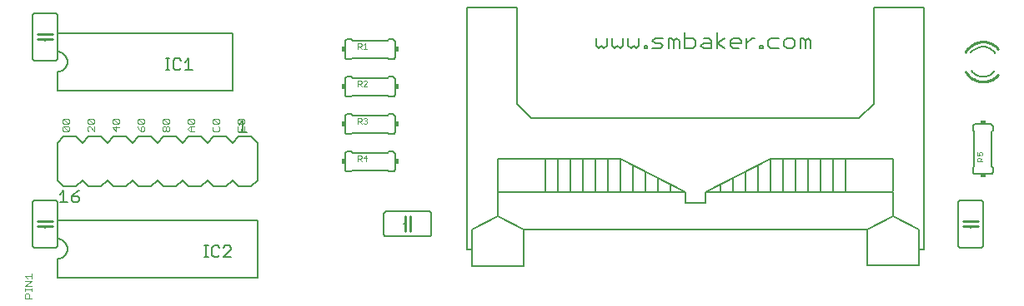
<source format=gto>
G75*
%MOIN*%
%OFA0B0*%
%FSLAX24Y24*%
%IPPOS*%
%LPD*%
%AMOC8*
5,1,8,0,0,1.08239X$1,22.5*
%
%ADD10C,0.0030*%
%ADD11C,0.0060*%
%ADD12C,0.0100*%
%ADD13C,0.0050*%
%ADD14R,0.0150X0.0200*%
%ADD15C,0.0020*%
%ADD16R,0.0200X0.0150*%
%ADD17C,0.0080*%
D10*
X000295Y002115D02*
X000295Y002260D01*
X000343Y002308D01*
X000440Y002308D01*
X000488Y002260D01*
X000488Y002115D01*
X000585Y002115D02*
X000295Y002115D01*
X000295Y002410D02*
X000295Y002506D01*
X000295Y002458D02*
X000585Y002458D01*
X000585Y002410D02*
X000585Y002506D01*
X000585Y002606D02*
X000295Y002606D01*
X000585Y002800D01*
X000295Y002800D01*
X000392Y002901D02*
X000295Y002997D01*
X000585Y002997D01*
X000585Y002901D02*
X000585Y003094D01*
X001843Y008815D02*
X001795Y008863D01*
X001795Y008960D01*
X001843Y009008D01*
X002037Y008815D01*
X002085Y008863D01*
X002085Y008960D01*
X002037Y009008D01*
X001843Y009008D01*
X001843Y009110D02*
X001795Y009158D01*
X001795Y009255D01*
X001843Y009303D01*
X002037Y009110D01*
X002085Y009158D01*
X002085Y009255D01*
X002037Y009303D01*
X001843Y009303D01*
X001843Y009110D02*
X002037Y009110D01*
X002795Y009158D02*
X002795Y009255D01*
X002843Y009303D01*
X003037Y009110D01*
X003085Y009158D01*
X003085Y009255D01*
X003037Y009303D01*
X002843Y009303D01*
X002795Y009158D02*
X002843Y009110D01*
X003037Y009110D01*
X003085Y009008D02*
X003085Y008815D01*
X002892Y009008D01*
X002843Y009008D01*
X002795Y008960D01*
X002795Y008863D01*
X002843Y008815D01*
X002037Y008815D02*
X001843Y008815D01*
X003795Y008960D02*
X003940Y008815D01*
X003940Y009008D01*
X004037Y009110D02*
X003843Y009303D01*
X004037Y009303D01*
X004085Y009255D01*
X004085Y009158D01*
X004037Y009110D01*
X003843Y009110D01*
X003795Y009158D01*
X003795Y009255D01*
X003843Y009303D01*
X003795Y008960D02*
X004085Y008960D01*
X004795Y009008D02*
X004843Y008912D01*
X004940Y008815D01*
X004940Y008960D01*
X004988Y009008D01*
X005037Y009008D01*
X005085Y008960D01*
X005085Y008863D01*
X005037Y008815D01*
X004940Y008815D01*
X005037Y009110D02*
X004843Y009110D01*
X004795Y009158D01*
X004795Y009255D01*
X004843Y009303D01*
X005037Y009110D01*
X005085Y009158D01*
X005085Y009255D01*
X005037Y009303D01*
X004843Y009303D01*
X005795Y009255D02*
X005795Y009158D01*
X005843Y009110D01*
X006037Y009110D01*
X005843Y009303D01*
X006037Y009303D01*
X006085Y009255D01*
X006085Y009158D01*
X006037Y009110D01*
X006037Y009008D02*
X006085Y008960D01*
X006085Y008863D01*
X006037Y008815D01*
X005988Y008815D01*
X005940Y008863D01*
X005940Y008960D01*
X005988Y009008D01*
X006037Y009008D01*
X005940Y008960D02*
X005892Y009008D01*
X005843Y009008D01*
X005795Y008960D01*
X005795Y008863D01*
X005843Y008815D01*
X005892Y008815D01*
X005940Y008863D01*
X006795Y008912D02*
X006892Y009008D01*
X007085Y009008D01*
X007037Y009110D02*
X006843Y009110D01*
X006795Y009158D01*
X006795Y009255D01*
X006843Y009303D01*
X007037Y009110D01*
X007085Y009158D01*
X007085Y009255D01*
X007037Y009303D01*
X006843Y009303D01*
X006940Y009008D02*
X006940Y008815D01*
X006892Y008815D02*
X007085Y008815D01*
X006892Y008815D02*
X006795Y008912D01*
X007795Y008960D02*
X007795Y008863D01*
X007843Y008815D01*
X008037Y008815D01*
X008085Y008863D01*
X008085Y008960D01*
X008037Y009008D01*
X008037Y009110D02*
X007843Y009303D01*
X008037Y009303D01*
X008085Y009255D01*
X008085Y009158D01*
X008037Y009110D01*
X007843Y009110D01*
X007795Y009158D01*
X007795Y009255D01*
X007843Y009303D01*
X007843Y009008D02*
X007795Y008960D01*
X008795Y009008D02*
X008795Y008815D01*
X009085Y008815D01*
X009085Y009008D01*
X009037Y009110D02*
X008843Y009110D01*
X008795Y009158D01*
X008795Y009255D01*
X008843Y009303D01*
X009037Y009110D01*
X009085Y009158D01*
X009085Y009255D01*
X009037Y009303D01*
X008843Y009303D01*
X008940Y008912D02*
X008940Y008815D01*
X005843Y009303D02*
X005795Y009255D01*
D11*
X005850Y008600D02*
X006350Y008600D01*
X006600Y008350D01*
X006850Y008600D01*
X007350Y008600D01*
X007600Y008350D01*
X007850Y008600D01*
X008350Y008600D01*
X008600Y008350D01*
X008850Y008600D01*
X009350Y008600D01*
X009600Y008350D01*
X009600Y006850D01*
X009350Y006600D01*
X008850Y006600D01*
X008600Y006850D01*
X008350Y006600D01*
X007850Y006600D01*
X007600Y006850D01*
X007350Y006600D01*
X006850Y006600D01*
X006600Y006850D01*
X006350Y006600D01*
X005850Y006600D01*
X005600Y006850D01*
X005350Y006600D01*
X004850Y006600D01*
X004600Y006850D01*
X004350Y006600D01*
X003850Y006600D01*
X003600Y006850D01*
X003350Y006600D01*
X002850Y006600D01*
X002600Y006850D01*
X002350Y006600D01*
X001850Y006600D01*
X001600Y006850D01*
X001600Y008350D01*
X001850Y008600D01*
X002350Y008600D01*
X002600Y008350D01*
X002850Y008600D01*
X003350Y008600D01*
X003600Y008350D01*
X003850Y008600D01*
X004350Y008600D01*
X004600Y008350D01*
X004850Y008600D01*
X005350Y008600D01*
X005600Y008350D01*
X005850Y008600D01*
X008600Y010450D02*
X001600Y010450D01*
X001600Y011200D01*
X001639Y011202D01*
X001678Y011208D01*
X001716Y011217D01*
X001753Y011230D01*
X001789Y011247D01*
X001822Y011267D01*
X001854Y011291D01*
X001883Y011317D01*
X001909Y011346D01*
X001933Y011378D01*
X001953Y011411D01*
X001970Y011447D01*
X001983Y011484D01*
X001992Y011522D01*
X001998Y011561D01*
X002000Y011600D01*
X001998Y011639D01*
X001992Y011678D01*
X001983Y011716D01*
X001970Y011753D01*
X001953Y011789D01*
X001933Y011822D01*
X001909Y011854D01*
X001883Y011883D01*
X001854Y011909D01*
X001822Y011933D01*
X001789Y011953D01*
X001753Y011970D01*
X001716Y011983D01*
X001678Y011992D01*
X001639Y011998D01*
X001600Y012000D01*
X001600Y012750D01*
X008600Y012750D01*
X008600Y010450D01*
X013100Y010300D02*
X013100Y010900D01*
X013102Y010917D01*
X013106Y010934D01*
X013113Y010950D01*
X013123Y010964D01*
X013136Y010977D01*
X013150Y010987D01*
X013166Y010994D01*
X013183Y010998D01*
X013200Y011000D01*
X013350Y011000D01*
X013400Y010950D01*
X014800Y010950D01*
X014850Y011000D01*
X015000Y011000D01*
X015017Y010998D01*
X015034Y010994D01*
X015050Y010987D01*
X015064Y010977D01*
X015077Y010964D01*
X015087Y010950D01*
X015094Y010934D01*
X015098Y010917D01*
X015100Y010900D01*
X015100Y010300D01*
X015098Y010283D01*
X015094Y010266D01*
X015087Y010250D01*
X015077Y010236D01*
X015064Y010223D01*
X015050Y010213D01*
X015034Y010206D01*
X015017Y010202D01*
X015000Y010200D01*
X014850Y010200D01*
X014800Y010250D01*
X013400Y010250D01*
X013350Y010200D01*
X013200Y010200D01*
X013183Y010202D01*
X013166Y010206D01*
X013150Y010213D01*
X013136Y010223D01*
X013123Y010236D01*
X013113Y010250D01*
X013106Y010266D01*
X013102Y010283D01*
X013100Y010300D01*
X013200Y009500D02*
X013350Y009500D01*
X013400Y009450D01*
X014800Y009450D01*
X014850Y009500D01*
X015000Y009500D01*
X015017Y009498D01*
X015034Y009494D01*
X015050Y009487D01*
X015064Y009477D01*
X015077Y009464D01*
X015087Y009450D01*
X015094Y009434D01*
X015098Y009417D01*
X015100Y009400D01*
X015100Y008800D01*
X015098Y008783D01*
X015094Y008766D01*
X015087Y008750D01*
X015077Y008736D01*
X015064Y008723D01*
X015050Y008713D01*
X015034Y008706D01*
X015017Y008702D01*
X015000Y008700D01*
X014850Y008700D01*
X014800Y008750D01*
X013400Y008750D01*
X013350Y008700D01*
X013200Y008700D01*
X013183Y008702D01*
X013166Y008706D01*
X013150Y008713D01*
X013136Y008723D01*
X013123Y008736D01*
X013113Y008750D01*
X013106Y008766D01*
X013102Y008783D01*
X013100Y008800D01*
X013100Y009400D01*
X013102Y009417D01*
X013106Y009434D01*
X013113Y009450D01*
X013123Y009464D01*
X013136Y009477D01*
X013150Y009487D01*
X013166Y009494D01*
X013183Y009498D01*
X013200Y009500D01*
X013200Y008000D02*
X013350Y008000D01*
X013400Y007950D01*
X014800Y007950D01*
X014850Y008000D01*
X015000Y008000D01*
X015017Y007998D01*
X015034Y007994D01*
X015050Y007987D01*
X015064Y007977D01*
X015077Y007964D01*
X015087Y007950D01*
X015094Y007934D01*
X015098Y007917D01*
X015100Y007900D01*
X015100Y007300D01*
X015098Y007283D01*
X015094Y007266D01*
X015087Y007250D01*
X015077Y007236D01*
X015064Y007223D01*
X015050Y007213D01*
X015034Y007206D01*
X015017Y007202D01*
X015000Y007200D01*
X014850Y007200D01*
X014800Y007250D01*
X013400Y007250D01*
X013350Y007200D01*
X013200Y007200D01*
X013183Y007202D01*
X013166Y007206D01*
X013150Y007213D01*
X013136Y007223D01*
X013123Y007236D01*
X013113Y007250D01*
X013106Y007266D01*
X013102Y007283D01*
X013100Y007300D01*
X013100Y007900D01*
X013102Y007917D01*
X013106Y007934D01*
X013113Y007950D01*
X013123Y007964D01*
X013136Y007977D01*
X013150Y007987D01*
X013166Y007994D01*
X013183Y007998D01*
X013200Y008000D01*
X014750Y005600D02*
X016450Y005600D01*
X016467Y005598D01*
X016484Y005594D01*
X016500Y005587D01*
X016514Y005577D01*
X016527Y005564D01*
X016537Y005550D01*
X016544Y005534D01*
X016548Y005517D01*
X016550Y005500D01*
X016550Y004700D01*
X016548Y004683D01*
X016544Y004666D01*
X016537Y004650D01*
X016527Y004636D01*
X016514Y004623D01*
X016500Y004613D01*
X016484Y004606D01*
X016467Y004602D01*
X016450Y004600D01*
X014750Y004600D01*
X014733Y004602D01*
X014716Y004606D01*
X014700Y004613D01*
X014686Y004623D01*
X014673Y004636D01*
X014663Y004650D01*
X014656Y004666D01*
X014652Y004683D01*
X014650Y004700D01*
X014650Y005500D01*
X014652Y005517D01*
X014656Y005534D01*
X014663Y005550D01*
X014673Y005564D01*
X014686Y005577D01*
X014700Y005587D01*
X014716Y005594D01*
X014733Y005598D01*
X014750Y005600D01*
X015450Y005100D02*
X015500Y005100D01*
X015700Y005100D02*
X015750Y005100D01*
X009600Y005250D02*
X009600Y002950D01*
X001600Y002950D01*
X001600Y003700D01*
X001639Y003702D01*
X001678Y003708D01*
X001716Y003717D01*
X001753Y003730D01*
X001789Y003747D01*
X001822Y003767D01*
X001854Y003791D01*
X001883Y003817D01*
X001909Y003846D01*
X001933Y003878D01*
X001953Y003911D01*
X001970Y003947D01*
X001983Y003984D01*
X001992Y004022D01*
X001998Y004061D01*
X002000Y004100D01*
X001998Y004139D01*
X001992Y004178D01*
X001983Y004216D01*
X001970Y004253D01*
X001953Y004289D01*
X001933Y004322D01*
X001909Y004354D01*
X001883Y004383D01*
X001854Y004409D01*
X001822Y004433D01*
X001789Y004453D01*
X001753Y004470D01*
X001716Y004483D01*
X001678Y004492D01*
X001639Y004498D01*
X001600Y004500D01*
X001600Y005250D01*
X009600Y005250D01*
X001600Y005950D02*
X001600Y004250D01*
X001598Y004233D01*
X001594Y004216D01*
X001587Y004200D01*
X001577Y004186D01*
X001564Y004173D01*
X001550Y004163D01*
X001534Y004156D01*
X001517Y004152D01*
X001500Y004150D01*
X000700Y004150D01*
X000683Y004152D01*
X000666Y004156D01*
X000650Y004163D01*
X000636Y004173D01*
X000623Y004186D01*
X000613Y004200D01*
X000606Y004216D01*
X000602Y004233D01*
X000600Y004250D01*
X000600Y005950D01*
X000602Y005967D01*
X000606Y005984D01*
X000613Y006000D01*
X000623Y006014D01*
X000636Y006027D01*
X000650Y006037D01*
X000666Y006044D01*
X000683Y006048D01*
X000700Y006050D01*
X001500Y006050D01*
X001517Y006048D01*
X001534Y006044D01*
X001550Y006037D01*
X001564Y006027D01*
X001577Y006014D01*
X001587Y006000D01*
X001594Y005984D01*
X001598Y005967D01*
X001600Y005950D01*
X001100Y005250D02*
X001100Y005200D01*
X001100Y005000D02*
X001100Y004950D01*
X001500Y011650D02*
X000700Y011650D01*
X000683Y011652D01*
X000666Y011656D01*
X000650Y011663D01*
X000636Y011673D01*
X000623Y011686D01*
X000613Y011700D01*
X000606Y011716D01*
X000602Y011733D01*
X000600Y011750D01*
X000600Y013450D01*
X000602Y013467D01*
X000606Y013484D01*
X000613Y013500D01*
X000623Y013514D01*
X000636Y013527D01*
X000650Y013537D01*
X000666Y013544D01*
X000683Y013548D01*
X000700Y013550D01*
X001500Y013550D01*
X001517Y013548D01*
X001534Y013544D01*
X001550Y013537D01*
X001564Y013527D01*
X001577Y013514D01*
X001587Y013500D01*
X001594Y013484D01*
X001598Y013467D01*
X001600Y013450D01*
X001600Y011750D01*
X001598Y011733D01*
X001594Y011716D01*
X001587Y011700D01*
X001577Y011686D01*
X001564Y011673D01*
X001550Y011663D01*
X001534Y011656D01*
X001517Y011652D01*
X001500Y011650D01*
X001100Y012450D02*
X001100Y012500D01*
X001100Y012700D02*
X001100Y012750D01*
X013100Y012400D02*
X013100Y011800D01*
X013102Y011783D01*
X013106Y011766D01*
X013113Y011750D01*
X013123Y011736D01*
X013136Y011723D01*
X013150Y011713D01*
X013166Y011706D01*
X013183Y011702D01*
X013200Y011700D01*
X013350Y011700D01*
X013400Y011750D01*
X014800Y011750D01*
X014850Y011700D01*
X015000Y011700D01*
X015017Y011702D01*
X015034Y011706D01*
X015050Y011713D01*
X015064Y011723D01*
X015077Y011736D01*
X015087Y011750D01*
X015094Y011766D01*
X015098Y011783D01*
X015100Y011800D01*
X015100Y012400D01*
X015098Y012417D01*
X015094Y012434D01*
X015087Y012450D01*
X015077Y012464D01*
X015064Y012477D01*
X015050Y012487D01*
X015034Y012494D01*
X015017Y012498D01*
X015000Y012500D01*
X014850Y012500D01*
X014800Y012450D01*
X013400Y012450D01*
X013350Y012500D01*
X013200Y012500D01*
X013183Y012498D01*
X013166Y012494D01*
X013150Y012487D01*
X013136Y012477D01*
X013123Y012464D01*
X013113Y012450D01*
X013106Y012434D01*
X013102Y012417D01*
X013100Y012400D01*
X023130Y012557D02*
X023130Y012237D01*
X023237Y012130D01*
X023344Y012237D01*
X023450Y012130D01*
X023557Y012237D01*
X023557Y012557D01*
X023775Y012557D02*
X023775Y012237D01*
X023881Y012130D01*
X023988Y012237D01*
X024095Y012130D01*
X024202Y012237D01*
X024202Y012557D01*
X024419Y012557D02*
X024419Y012237D01*
X024526Y012130D01*
X024633Y012237D01*
X024739Y012130D01*
X024846Y012237D01*
X024846Y012557D01*
X025386Y012450D02*
X025493Y012557D01*
X025813Y012557D01*
X026030Y012557D02*
X026137Y012557D01*
X026244Y012450D01*
X026351Y012557D01*
X026458Y012450D01*
X026458Y012130D01*
X026244Y012130D02*
X026244Y012450D01*
X026030Y012557D02*
X026030Y012130D01*
X025813Y012237D02*
X025706Y012344D01*
X025493Y012344D01*
X025386Y012450D01*
X025170Y012237D02*
X025064Y012237D01*
X025064Y012130D01*
X025170Y012130D01*
X025170Y012237D01*
X025386Y012130D02*
X025706Y012130D01*
X025813Y012237D01*
X026675Y012130D02*
X026995Y012130D01*
X027102Y012237D01*
X027102Y012450D01*
X026995Y012557D01*
X026675Y012557D01*
X026675Y012771D02*
X026675Y012130D01*
X027320Y012237D02*
X027426Y012130D01*
X027747Y012130D01*
X027747Y012450D01*
X027640Y012557D01*
X027426Y012557D01*
X027964Y012771D02*
X027964Y012130D01*
X027964Y012344D02*
X028284Y012557D01*
X028501Y012450D02*
X028608Y012557D01*
X028822Y012557D01*
X028928Y012450D01*
X028928Y012344D01*
X028501Y012344D01*
X028501Y012450D02*
X028501Y012237D01*
X028608Y012130D01*
X028822Y012130D01*
X029146Y012130D02*
X029146Y012557D01*
X029359Y012557D02*
X029466Y012557D01*
X029359Y012557D02*
X029146Y012344D01*
X029683Y012237D02*
X029683Y012130D01*
X029790Y012130D01*
X029790Y012237D01*
X029683Y012237D01*
X030005Y012237D02*
X030112Y012130D01*
X030432Y012130D01*
X030650Y012237D02*
X030757Y012130D01*
X030970Y012130D01*
X031077Y012237D01*
X031077Y012450D01*
X030970Y012557D01*
X030757Y012557D01*
X030650Y012450D01*
X030650Y012237D01*
X030432Y012557D02*
X030112Y012557D01*
X030005Y012450D01*
X030005Y012237D01*
X031294Y012130D02*
X031294Y012557D01*
X031401Y012557D01*
X031508Y012450D01*
X031615Y012557D01*
X031721Y012450D01*
X031721Y012130D01*
X031508Y012130D02*
X031508Y012450D01*
X028284Y012130D02*
X027964Y012344D01*
X027747Y012344D02*
X027426Y012344D01*
X027320Y012237D01*
X038200Y009000D02*
X038200Y008850D01*
X038250Y008800D01*
X038250Y007400D01*
X038200Y007350D01*
X038200Y007200D01*
X038202Y007183D01*
X038206Y007166D01*
X038213Y007150D01*
X038223Y007136D01*
X038236Y007123D01*
X038250Y007113D01*
X038266Y007106D01*
X038283Y007102D01*
X038300Y007100D01*
X038900Y007100D01*
X038917Y007102D01*
X038934Y007106D01*
X038950Y007113D01*
X038964Y007123D01*
X038977Y007136D01*
X038987Y007150D01*
X038994Y007166D01*
X038998Y007183D01*
X039000Y007200D01*
X039000Y007350D01*
X038950Y007400D01*
X038950Y008800D01*
X039000Y008850D01*
X039000Y009000D01*
X038998Y009017D01*
X038994Y009034D01*
X038987Y009050D01*
X038977Y009064D01*
X038964Y009077D01*
X038950Y009087D01*
X038934Y009094D01*
X038917Y009098D01*
X038900Y009100D01*
X038300Y009100D01*
X038283Y009098D01*
X038266Y009094D01*
X038250Y009087D01*
X038236Y009077D01*
X038223Y009064D01*
X038213Y009050D01*
X038206Y009034D01*
X038202Y009017D01*
X038200Y009000D01*
X039088Y011949D02*
X039059Y011986D01*
X039027Y012021D01*
X038992Y012054D01*
X038955Y012084D01*
X038916Y012110D01*
X038875Y012133D01*
X038831Y012154D01*
X038787Y012170D01*
X038741Y012183D01*
X038695Y012192D01*
X038647Y012198D01*
X038600Y012200D01*
X038126Y011232D02*
X038156Y011197D01*
X038187Y011164D01*
X038222Y011134D01*
X038258Y011107D01*
X038296Y011083D01*
X038336Y011061D01*
X038378Y011043D01*
X038421Y011027D01*
X038465Y011015D01*
X038509Y011007D01*
X038555Y011002D01*
X038600Y011000D01*
X038120Y011960D02*
X038149Y011996D01*
X038181Y012030D01*
X038216Y012061D01*
X038252Y012089D01*
X038291Y012114D01*
X038332Y012137D01*
X038374Y012156D01*
X038417Y012172D01*
X038462Y012184D01*
X038508Y012193D01*
X038554Y012198D01*
X038600Y012200D01*
X039074Y011232D02*
X039044Y011197D01*
X039013Y011164D01*
X038978Y011134D01*
X038942Y011107D01*
X038904Y011083D01*
X038864Y011061D01*
X038822Y011043D01*
X038779Y011027D01*
X038735Y011015D01*
X038691Y011007D01*
X038645Y011002D01*
X038600Y011000D01*
X038500Y006050D02*
X037700Y006050D01*
X037683Y006048D01*
X037666Y006044D01*
X037650Y006037D01*
X037636Y006027D01*
X037623Y006014D01*
X037613Y006000D01*
X037606Y005984D01*
X037602Y005967D01*
X037600Y005950D01*
X037600Y004250D01*
X037602Y004233D01*
X037606Y004216D01*
X037613Y004200D01*
X037623Y004186D01*
X037636Y004173D01*
X037650Y004163D01*
X037666Y004156D01*
X037683Y004152D01*
X037700Y004150D01*
X038500Y004150D01*
X038517Y004152D01*
X038534Y004156D01*
X038550Y004163D01*
X038564Y004173D01*
X038577Y004186D01*
X038587Y004200D01*
X038594Y004216D01*
X038598Y004233D01*
X038600Y004250D01*
X038600Y005950D01*
X038598Y005967D01*
X038594Y005984D01*
X038587Y006000D01*
X038577Y006014D01*
X038564Y006027D01*
X038550Y006037D01*
X038534Y006044D01*
X038517Y006048D01*
X038500Y006050D01*
X038100Y005250D02*
X038100Y005200D01*
X038100Y005000D02*
X038100Y004950D01*
D12*
X038100Y005000D02*
X037800Y005000D01*
X037800Y005200D02*
X038100Y005200D01*
X038400Y005200D01*
X038400Y005000D02*
X038100Y005000D01*
X038600Y010800D02*
X038544Y010802D01*
X038488Y010808D01*
X038433Y010818D01*
X038379Y010831D01*
X038325Y010849D01*
X038273Y010870D01*
X038223Y010894D01*
X038174Y010923D01*
X038128Y010954D01*
X038084Y010989D01*
X038042Y011026D01*
X038004Y011067D01*
X037968Y011110D01*
X037935Y011155D01*
X037905Y011203D01*
X038600Y012400D02*
X038654Y012398D01*
X038707Y012393D01*
X038761Y012384D01*
X038813Y012371D01*
X038864Y012355D01*
X038915Y012335D01*
X038964Y012313D01*
X039011Y012287D01*
X039056Y012257D01*
X039099Y012225D01*
X039140Y012190D01*
X039179Y012152D01*
X039215Y012112D01*
X038600Y012400D02*
X038546Y012398D01*
X038492Y012393D01*
X038439Y012384D01*
X038386Y012371D01*
X038335Y012355D01*
X038285Y012335D01*
X038236Y012312D01*
X038188Y012286D01*
X038143Y012257D01*
X038100Y012224D01*
X038059Y012189D01*
X038020Y012151D01*
X037984Y012111D01*
X037951Y012068D01*
X037921Y012023D01*
X037894Y011976D01*
X038600Y010800D02*
X038653Y010802D01*
X038707Y010807D01*
X038759Y010816D01*
X038811Y010828D01*
X038862Y010844D01*
X038912Y010863D01*
X038961Y010886D01*
X039008Y010912D01*
X039053Y010940D01*
X039096Y010972D01*
X039136Y011006D01*
X039175Y011044D01*
X039211Y011083D01*
X015700Y005400D02*
X015700Y005100D01*
X015700Y004800D01*
X015500Y004800D02*
X015500Y005100D01*
X015500Y005400D01*
X001400Y005200D02*
X001100Y005200D01*
X000800Y005200D01*
X000800Y005000D02*
X001100Y005000D01*
X001400Y005000D01*
X001400Y012500D02*
X001100Y012500D01*
X000800Y012500D01*
X000800Y012700D02*
X001100Y012700D01*
X001400Y012700D01*
D13*
X005925Y011725D02*
X006075Y011725D01*
X006000Y011725D02*
X006000Y011275D01*
X005925Y011275D02*
X006075Y011275D01*
X006232Y011350D02*
X006307Y011275D01*
X006457Y011275D01*
X006532Y011350D01*
X006692Y011275D02*
X006993Y011275D01*
X006842Y011275D02*
X006842Y011725D01*
X006692Y011575D01*
X006532Y011650D02*
X006457Y011725D01*
X006307Y011725D01*
X006232Y011650D01*
X006232Y011350D01*
X008865Y009075D02*
X009015Y009225D01*
X009015Y008775D01*
X008865Y008775D02*
X009165Y008775D01*
X002465Y006425D02*
X002315Y006350D01*
X002165Y006200D01*
X002390Y006200D01*
X002465Y006125D01*
X002465Y006050D01*
X002390Y005975D01*
X002240Y005975D01*
X002165Y006050D01*
X002165Y006200D01*
X002004Y005975D02*
X001704Y005975D01*
X001854Y005975D02*
X001854Y006425D01*
X001704Y006275D01*
X007475Y004225D02*
X007625Y004225D01*
X007550Y004225D02*
X007550Y003775D01*
X007475Y003775D02*
X007625Y003775D01*
X007782Y003850D02*
X007857Y003775D01*
X008007Y003775D01*
X008082Y003850D01*
X008242Y003775D02*
X008543Y004075D01*
X008543Y004150D01*
X008468Y004225D01*
X008317Y004225D01*
X008242Y004150D01*
X008082Y004150D02*
X008007Y004225D01*
X007857Y004225D01*
X007782Y004150D01*
X007782Y003850D01*
X008242Y003775D02*
X008543Y003775D01*
D14*
X013025Y007600D03*
X015175Y007600D03*
X015175Y009100D03*
X013025Y009100D03*
X013025Y010600D03*
X015175Y010600D03*
X015175Y012100D03*
X013025Y012100D03*
D15*
X013610Y012120D02*
X013610Y012340D01*
X013720Y012340D01*
X013757Y012303D01*
X013757Y012230D01*
X013720Y012193D01*
X013610Y012193D01*
X013683Y012193D02*
X013757Y012120D01*
X013831Y012120D02*
X013978Y012120D01*
X013904Y012120D02*
X013904Y012340D01*
X013831Y012267D01*
X013868Y010840D02*
X013831Y010803D01*
X013868Y010840D02*
X013941Y010840D01*
X013978Y010803D01*
X013978Y010767D01*
X013831Y010620D01*
X013978Y010620D01*
X013757Y010620D02*
X013683Y010693D01*
X013720Y010693D02*
X013610Y010693D01*
X013610Y010620D02*
X013610Y010840D01*
X013720Y010840D01*
X013757Y010803D01*
X013757Y010730D01*
X013720Y010693D01*
X013720Y009340D02*
X013757Y009303D01*
X013757Y009230D01*
X013720Y009193D01*
X013610Y009193D01*
X013610Y009120D02*
X013610Y009340D01*
X013720Y009340D01*
X013831Y009303D02*
X013868Y009340D01*
X013941Y009340D01*
X013978Y009303D01*
X013978Y009267D01*
X013941Y009230D01*
X013978Y009193D01*
X013978Y009157D01*
X013941Y009120D01*
X013868Y009120D01*
X013831Y009157D01*
X013757Y009120D02*
X013683Y009193D01*
X013904Y009230D02*
X013941Y009230D01*
X013941Y007840D02*
X013831Y007730D01*
X013978Y007730D01*
X013941Y007620D02*
X013941Y007840D01*
X013757Y007803D02*
X013757Y007730D01*
X013720Y007693D01*
X013610Y007693D01*
X013610Y007620D02*
X013610Y007840D01*
X013720Y007840D01*
X013757Y007803D01*
X013683Y007693D02*
X013757Y007620D01*
X038360Y007610D02*
X038360Y007720D01*
X038397Y007757D01*
X038470Y007757D01*
X038507Y007720D01*
X038507Y007610D01*
X038580Y007610D02*
X038360Y007610D01*
X038507Y007683D02*
X038580Y007757D01*
X038543Y007831D02*
X038580Y007868D01*
X038580Y007941D01*
X038543Y007978D01*
X038470Y007978D01*
X038433Y007941D01*
X038433Y007904D01*
X038470Y007831D01*
X038360Y007831D01*
X038360Y007978D01*
D16*
X038600Y007025D03*
X038600Y009175D03*
D17*
X035000Y007713D02*
X035000Y006438D01*
X035000Y006388D02*
X027500Y006388D01*
X030100Y007713D01*
X035000Y007713D01*
X033100Y007713D02*
X033100Y006413D01*
X032600Y006413D02*
X032600Y007713D01*
X032100Y007713D02*
X032100Y006413D01*
X031600Y006413D02*
X031600Y007713D01*
X031100Y007713D02*
X031100Y006413D01*
X030600Y006413D02*
X030600Y007713D01*
X030100Y007713D02*
X030100Y006413D01*
X029600Y006413D02*
X029600Y007438D01*
X029100Y007213D02*
X029100Y006413D01*
X028600Y006413D02*
X028600Y006938D01*
X028100Y006688D02*
X028100Y006413D01*
X027500Y006388D02*
X027500Y005938D01*
X026700Y005938D01*
X026700Y006388D01*
X024100Y007713D01*
X019200Y007713D01*
X019200Y006413D01*
X019200Y006388D02*
X019200Y005413D01*
X020225Y004863D01*
X020225Y003413D01*
X018175Y003413D01*
X018175Y004063D01*
X018175Y004863D01*
X019200Y005413D01*
X020225Y004863D02*
X033975Y004863D01*
X035000Y005413D01*
X035000Y006388D01*
X035000Y005413D02*
X036025Y004863D01*
X036025Y004063D01*
X036025Y003438D01*
X033975Y003438D01*
X033975Y004863D01*
X036025Y004063D02*
X036225Y004063D01*
X036225Y013763D01*
X034225Y013763D01*
X034225Y009913D01*
X033650Y009338D01*
X020550Y009338D01*
X019975Y009913D01*
X019975Y013763D01*
X017975Y013763D01*
X017975Y004063D01*
X018175Y004063D01*
X019200Y006388D02*
X026700Y006388D01*
X026100Y006413D02*
X026100Y006663D01*
X025600Y006413D02*
X025600Y006913D01*
X025100Y007163D02*
X025100Y006413D01*
X024600Y006413D02*
X024600Y007438D01*
X024100Y007688D02*
X024100Y006413D01*
X023600Y006413D02*
X023600Y007713D01*
X023100Y007713D02*
X023100Y006413D01*
X022600Y006413D02*
X022600Y007713D01*
X022100Y007713D02*
X022100Y006413D01*
X021600Y006413D02*
X021600Y007713D01*
X021100Y007688D02*
X021100Y006413D01*
M02*

</source>
